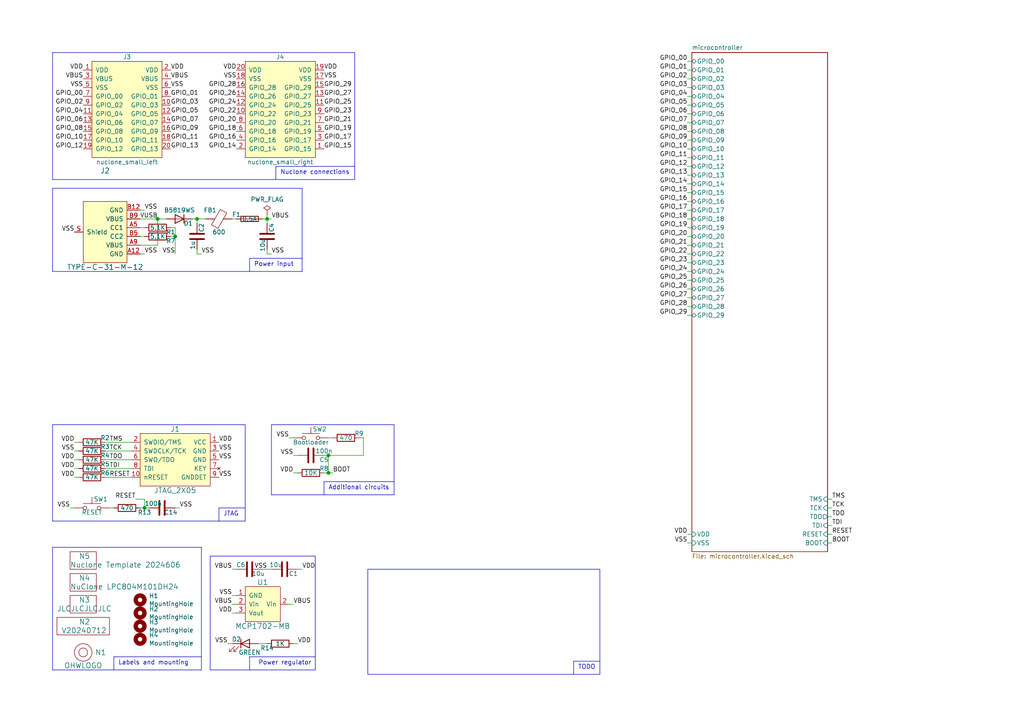
<source format=kicad_sch>
(kicad_sch (version 20230121) (generator eeschema)
  (paper "A4")
  (lib_symbols
    (symbol "Device:C" (pin_numbers hide) (pin_names (offset 0.254))
      (property "Reference" "C" (at 0.635 2.54 0))
      (property "Value" "C" (at 0.635 -2.54 0))
      (symbol "C_0_1"
        (polyline (pts (xy -2.032 -0.762) (xy 2.032 -0.762)) (stroke (width 0.508)))
        (polyline (pts (xy -2.032 0.762) (xy 2.032 0.762)) (stroke (width 0.508)))
      )
      (symbol "C_1_1"
        (pin passive line (at 0 3.81 270) (length 2.794) (name "~") (number "1"))
        (pin passive line (at 0 -3.81 90) (length 2.794) (name "~") (number "2"))
      )
    )
    (symbol "Device:D" (pin_numbers hide) (pin_names (offset 1.016) hide)
      (property "Reference" "D" (at 0 2.54 0))
      (property "Value" "D" (at 0 -2.54 0))
      (symbol "D_0_1"
        (polyline (pts (xy -1.27 1.27) (xy -1.27 -1.27)) (stroke (width 0.254)))
        (polyline (pts (xy 1.27 0) (xy -1.27 0)))
        (polyline (pts (xy 1.27 1.27) (xy 1.27 -1.27) (xy -1.27 0) (xy 1.27 1.27)) (stroke (width 0.254)))
      )
      (symbol "D_1_1"
        (pin passive line (at -3.81 0 0) (length 2.54) (name "K") (number "1"))
        (pin passive line (at 3.81 0 180) (length 2.54) (name "A") (number "2"))
      )
    )
    (symbol "Device:FerriteBead" (pin_numbers hide) (pin_names (offset 0))
      (property "Reference" "FB" (at -3.81 0.635 90))
      (property "Value" "FerriteBead" (at 3.81 0 90))
      (symbol "FerriteBead_0_1"
        (polyline (pts (xy 0 -1.27) (xy 0 -1.2192)))
        (polyline (pts (xy 0 1.27) (xy 0 1.2954)))
        (polyline (pts (xy -2.7686 0.4064) (xy -1.7018 2.2606) (xy 2.7686 -0.3048) (xy 1.6764 -2.159) (xy -2.7686 0.4064)))
      )
      (symbol "FerriteBead_1_1"
        (pin passive line (at 0 3.81 270) (length 2.54) (name "~") (number "1"))
        (pin passive line (at 0 -3.81 90) (length 2.54) (name "~") (number "2"))
      )
    )
    (symbol "Device:Fuse" (pin_numbers hide) (pin_names (offset 0))
      (property "Reference" "F" (at 2.032 0 90))
      (property "Value" "Fuse" (at -1.905 0 90))
      (symbol "Fuse_0_1"
        (rectangle (start -0.762 -2.54) (end 0.762 2.54) (stroke (width 0.254)))
        (polyline (pts (xy 0 2.54) (xy 0 -2.54)))
      )
      (symbol "Fuse_1_1"
        (pin passive line (at 0 3.81 270) (length 1.27) (name "~") (number "1"))
        (pin passive line (at 0 -3.81 90) (length 1.27) (name "~") (number "2"))
      )
    )
    (symbol "Device:LED" (pin_numbers hide) (pin_names (offset 1.016) hide)
      (property "Reference" "D" (at 0 2.54 0))
      (property "Value" "LED" (at 0 -2.54 0))
      (symbol "LED_0_1"
        (polyline (pts (xy -1.27 -1.27) (xy -1.27 1.27)) (stroke (width 0.254)))
        (polyline (pts (xy -1.27 0) (xy 1.27 0)))
        (polyline (pts (xy 1.27 -1.27) (xy 1.27 1.27) (xy -1.27 0) (xy 1.27 -1.27)) (stroke (width 0.254)))
        (polyline (pts (xy -3.048 -0.762) (xy -4.572 -2.286) (xy -3.81 -2.286) (xy -4.572 -2.286) (xy -4.572 -1.524)))
        (polyline (pts (xy -1.778 -0.762) (xy -3.302 -2.286) (xy -2.54 -2.286) (xy -3.302 -2.286) (xy -3.302 -1.524)))
      )
      (symbol "LED_1_1"
        (pin passive line (at -3.81 0 0) (length 2.54) (name "K") (number "1"))
        (pin passive line (at 3.81 0 180) (length 2.54) (name "A") (number "2"))
      )
    )
    (symbol "Device:R" (pin_numbers hide) (pin_names (offset 0))
      (property "Reference" "R" (at 2.032 0 90))
      (property "Value" "R" (at 0 0 90))
      (symbol "R_0_1"
        (rectangle (start -1.016 -2.54) (end 1.016 2.54) (stroke (width 0.254)))
      )
      (symbol "R_1_1"
        (pin passive line (at 0 3.81 270) (length 1.27) (name "~") (number "1"))
        (pin passive line (at 0 -3.81 90) (length 1.27) (name "~") (number "2"))
      )
    )
    (symbol "Mechanical:MountingHole" (pin_names (offset 1.016))
      (property "Reference" "H" (at 0 5.08 0))
      (property "Value" "MountingHole" (at 0 3.175 0))
      (symbol "MountingHole_0_1"
        (circle (center 0 0) (radius 1.27) (stroke (width 1.27)))
      )
    )
    (symbol "SquantorConnectorsNamed:JTAG_2X05_IN" (pin_names (offset 1.016))
      (property "Reference" "J" (at 0 8.89 0))
      (property "Value" "JTAG_2X05_IN" (at 0 -8.89 0))
      (symbol "JTAG_2X05_IN_0_1"
        (rectangle (start -10.16 7.62) (end 10.16 -7.62) (fill (type background)))
      )
      (symbol "JTAG_2X05_IN_1_1"
        (pin power_in line (at 12.7 5.08 180) (length 2.54) (name "VCC") (number "1"))
        (pin open_collector line (at -12.7 -5.08 0) (length 2.54) (name "nRESET") (number "10"))
        (pin bidirectional line (at -12.7 5.08 0) (length 2.54) (name "SWDIO/TMS") (number "2"))
        (pin power_in line (at 12.7 2.54 180) (length 2.54) (name "GND") (number "3"))
        (pin output line (at -12.7 2.54 0) (length 2.54) (name "SWDCLK/TCK") (number "4"))
        (pin power_in line (at 12.7 0 180) (length 2.54) (name "GND") (number "5"))
        (pin output line (at -12.7 0 0) (length 2.54) (name "SWO/TDO") (number "6"))
        (pin no_connect line (at 12.7 -2.54 180) (length 2.54) (name "KEY") (number "7"))
        (pin input line (at -12.7 -2.54 0) (length 2.54) (name "TDI") (number "8"))
        (pin power_in line (at 12.7 -5.08 180) (length 2.54) (name "GNDDET") (number "9"))
      )
    )
    (symbol "SquantorConnectorsNamed:nuclone_small_left" (pin_names (offset 1.016))
      (property "Reference" "J" (at 0 15.24 0))
      (property "Value" "nuclone_small_left" (at 0 -15.24 0))
      (symbol "nuclone_small_left_0_1"
        (rectangle (start -10.16 13.97) (end 10.16 -13.97) (fill (type background)))
      )
      (symbol "nuclone_small_left_1_1"
        (pin power_in line (at -12.7 11.43 0) (length 2.54) (name "VDD") (number "1"))
        (pin bidirectional line (at 12.7 1.27 180) (length 2.54) (name "GPIO_03") (number "10"))
        (pin bidirectional line (at -12.7 -1.27 0) (length 2.54) (name "GPIO_04") (number "11"))
        (pin bidirectional line (at 12.7 -1.27 180) (length 2.54) (name "GPIO_05") (number "12"))
        (pin bidirectional line (at -12.7 -3.81 0) (length 2.54) (name "GPIO_06") (number "13"))
        (pin bidirectional line (at 12.7 -3.81 180) (length 2.54) (name "GPIO_07") (number "14"))
        (pin bidirectional line (at -12.7 -6.35 0) (length 2.54) (name "GPIO_08") (number "15"))
        (pin bidirectional line (at 12.7 -6.35 180) (length 2.54) (name "GPIO_09") (number "16"))
        (pin bidirectional line (at -12.7 -8.89 0) (length 2.54) (name "GPIO_10") (number "17"))
        (pin bidirectional line (at 12.7 -8.89 180) (length 2.54) (name "GPIO_11") (number "18"))
        (pin bidirectional line (at -12.7 -11.43 0) (length 2.54) (name "GPIO_12") (number "19"))
        (pin power_in line (at 12.7 11.43 180) (length 2.54) (name "VDD") (number "2"))
        (pin bidirectional line (at 12.7 -11.43 180) (length 2.54) (name "GPIO_13") (number "20"))
        (pin power_in line (at -12.7 8.89 0) (length 2.54) (name "VBUS") (number "3"))
        (pin power_in line (at 12.7 8.89 180) (length 2.54) (name "VBUS") (number "4"))
        (pin power_in line (at -12.7 6.35 0) (length 2.54) (name "VSS") (number "5"))
        (pin power_in line (at 12.7 6.35 180) (length 2.54) (name "VSS") (number "6"))
        (pin bidirectional line (at -12.7 3.81 0) (length 2.54) (name "GPIO_00") (number "7"))
        (pin bidirectional line (at 12.7 3.81 180) (length 2.54) (name "GPIO_01") (number "8"))
        (pin bidirectional line (at -12.7 1.27 0) (length 2.54) (name "GPIO_02") (number "9"))
      )
    )
    (symbol "SquantorConnectorsNamed:nuclone_small_right" (pin_names (offset 1.016))
      (property "Reference" "J" (at 0 -15.24 0))
      (property "Value" "nuclone_small_right" (at 0 15.24 0))
      (symbol "nuclone_small_right_0_1"
        (rectangle (start 10.16 -13.97) (end -10.16 13.97) (fill (type background)))
      )
      (symbol "nuclone_small_right_1_1"
        (pin bidirectional line (at 12.7 -11.43 180) (length 2.54) (name "GPIO_15") (number "1"))
        (pin bidirectional line (at -12.7 -1.27 0) (length 2.54) (name "GPIO_22") (number "10"))
        (pin bidirectional line (at 12.7 1.27 180) (length 2.54) (name "GPIO_25") (number "11"))
        (pin bidirectional line (at -12.7 1.27 0) (length 2.54) (name "GPIO_24") (number "12"))
        (pin bidirectional line (at 12.7 3.81 180) (length 2.54) (name "GPIO_27") (number "13"))
        (pin bidirectional line (at -12.7 3.81 0) (length 2.54) (name "GPIO_26") (number "14"))
        (pin bidirectional line (at 12.7 6.35 180) (length 2.54) (name "GPIO_29") (number "15"))
        (pin bidirectional line (at -12.7 6.35 0) (length 2.54) (name "GPIO_28") (number "16"))
        (pin power_in line (at 12.7 8.89 180) (length 2.54) (name "VSS") (number "17"))
        (pin power_in line (at -12.7 8.89 0) (length 2.54) (name "VSS") (number "18"))
        (pin power_in line (at 12.7 11.43 180) (length 2.54) (name "VDD") (number "19"))
        (pin bidirectional line (at -12.7 -11.43 0) (length 2.54) (name "GPIO_14") (number "2"))
        (pin power_in line (at -12.7 11.43 0) (length 2.54) (name "VDD") (number "20"))
        (pin bidirectional line (at 12.7 -8.89 180) (length 2.54) (name "GPIO_17") (number "3"))
        (pin bidirectional line (at -12.7 -8.89 0) (length 2.54) (name "GPIO_16") (number "4"))
        (pin bidirectional line (at 12.7 -6.35 180) (length 2.54) (name "GPIO_19") (number "5"))
        (pin bidirectional line (at -12.7 -6.35 0) (length 2.54) (name "GPIO_18") (number "6"))
        (pin bidirectional line (at 12.7 -3.81 180) (length 2.54) (name "GPIO_21") (number "7"))
        (pin bidirectional line (at -12.7 -3.81 0) (length 2.54) (name "GPIO_20") (number "8"))
        (pin bidirectional line (at 12.7 -1.27 180) (length 2.54) (name "GPIO_23") (number "9"))
      )
    )
    (symbol "SquantorLabels:Label" (pin_names (offset 1.016))
      (property "Reference" "N" (at 0 1.27 0))
      (property "Value" "Label" (at 0 -1.27 0))
      (symbol "Label_0_1"
        (rectangle (start -3.81 2.54) (end 3.81 -2.54))
      )
    )
    (symbol "SquantorLabels:OHWLOGO" (pin_names (offset 1.016))
      (property "Reference" "N" (at 0 3.81 0))
      (property "Value" "OHWLOGO" (at 0 -3.81 0))
      (symbol "OHWLOGO_0_1"
        (circle (center 0 0) (radius 1.27))
        (circle (center 0 0) (radius 2.54))
      )
    )
    (symbol "SquantorLabels:VYYYYMMDD" (pin_names (offset 1.016))
      (property "Reference" "N" (at 0 2.54 0))
      (property "Value" "VYYYYMMDD" (at 0 0 0))
      (symbol "VYYYYMMDD_0_1"
        (rectangle (start 7.62 -1.27) (end -7.62 3.81))
      )
    )
    (symbol "SquantorMicrochip:MCP1702-MB" (pin_names (offset 1.016))
      (property "Reference" "U" (at 0 6.35 0))
      (property "Value" "MCP1702-MB" (at 0 -6.35 0))
      (symbol "MCP1702-MB_0_1"
        (rectangle (start -5.08 5.08) (end 5.08 -5.08) (fill (type background)))
      )
      (symbol "MCP1702-MB_1_1"
        (pin power_in line (at -7.62 2.54 0) (length 2.54) (name "GND") (number "1"))
        (pin power_in line (at -7.62 0 0) (length 2.54) (name "Vin") (number "2"))
        (pin power_in line (at 7.62 0 180) (length 2.54) (name "Vin") (number "2"))
        (pin power_out line (at -7.62 -2.54 0) (length 2.54) (name "Vout") (number "3"))
      )
    )
    (symbol "SquantorUsb:USB-C_PD" (pin_names (offset 1.016))
      (property "Reference" "J" (at 0 10.16 0))
      (property "Value" "USB-C_PD" (at 0 -10.16 0))
      (symbol "USB-C_PD_0_1"
        (rectangle (start 6.35 8.89) (end -6.35 -8.89) (fill (type background)))
      )
      (symbol "USB-C_PD_1_1"
        (pin passive line (at 10.16 -6.35 180) (length 3.81) (name "GND") (number "A12"))
        (pin bidirectional line (at 10.16 1.27 180) (length 3.81) (name "CC1") (number "A5"))
        (pin passive line (at 10.16 -3.81 180) (length 3.81) (name "VBUS") (number "A9"))
        (pin power_out line (at 10.16 6.35 180) (length 3.81) (name "GND") (number "B12"))
        (pin bidirectional line (at 10.16 -1.27 180) (length 3.81) (name "CC2") (number "B5"))
        (pin power_out line (at 10.16 3.81 180) (length 3.81) (name "VBUS") (number "B9"))
        (pin passive line (at -8.89 0 0) (length 2.54) (name "Shield") (number "S"))
      )
    )
    (symbol "Switch:SW_Push" (pin_numbers hide) (pin_names (offset 1.016) hide)
      (property "Reference" "SW" (at 1.27 2.54 0))
      (property "Value" "SW_Push" (at 0 -1.524 0))
      (symbol "SW_Push_0_1"
        (circle (center -2.032 0) (radius 0.508))
        (polyline (pts (xy 0 1.27) (xy 0 3.048)))
        (polyline (pts (xy 2.54 1.27) (xy -2.54 1.27)))
        (circle (center 2.032 0) (radius 0.508))
        (pin passive line (at -5.08 0 0) (length 2.54) (name "1") (number "1"))
        (pin passive line (at 5.08 0 180) (length 2.54) (name "2") (number "2"))
      )
    )
    (symbol "power:PWR_FLAG" (power) (pin_numbers hide) (pin_names (offset 0) hide)
      (property "Value" "PWR_FLAG" (at 0 3.81 0))
      (symbol "PWR_FLAG_0_0"
        (pin power_out line (at 0 0 90) (length 0) (name "pwr") (number "1"))
      )
      (symbol "PWR_FLAG_0_1"
        (polyline (pts (xy 0 0) (xy 0 1.27) (xy -1.016 1.905) (xy 0 2.54) (xy 1.016 1.905) (xy 0 1.27)))
      )
    )
  )
  (junction (at 95.25 137.16))
  (junction (at 41.91 147.32))
  (junction (at 50.8 68.58))
  (junction (at 95.25 132.08))
  (junction (at 57.15 63.5))
  (junction (at 77.47 63.5))
  (junction (at 45.72 63.5))
  (wire (pts (xy 57.15 63.5) (xy 59.69 63.5)))
  (wire (pts (xy 45.72 71.12) (xy 45.72 63.5)))
  (wire (pts (xy 200.66 20.32) (xy 199.39 20.32)))
  (wire (pts (xy 68.58 175.26) (xy 67.31 175.26)))
  (wire (pts (xy 67.31 63.5) (xy 68.58 63.5)))
  (wire (pts (xy 40.64 63.5) (xy 45.72 63.5)))
  (wire (pts (xy 199.39 33.02) (xy 200.66 33.02)))
  (polyline (pts (xy 15.24 151.13) (xy 71.12 151.13)))
  (wire (pts (xy 200.66 35.56) (xy 199.39 35.56)))
  (wire (pts (xy 240.03 157.48) (xy 241.3 157.48)))
  (wire (pts (xy 40.64 71.12) (xy 45.72 71.12)))
  (polyline (pts (xy 106.68 165.1) (xy 173.99 165.1)))
  (polyline (pts (xy 72.39 74.93) (xy 72.39 78.74)))
  (polyline (pts (xy 15.24 194.31) (xy 58.42 194.31)))
  (wire (pts (xy 200.66 30.48) (xy 199.39 30.48)))
  (polyline (pts (xy 72.39 190.5) (xy 72.39 194.31)))
  (wire (pts (xy 31.75 147.32) (xy 33.02 147.32)))
  (polyline (pts (xy 78.74 123.19) (xy 78.74 143.51)))
  (polyline (pts (xy 80.01 48.26) (xy 80.01 52.07)))
  (wire (pts (xy 30.48 138.43) (xy 38.1 138.43)))
  (polyline (pts (xy 15.24 78.74) (xy 87.63 78.74)))
  (polyline (pts (xy 15.24 158.75) (xy 15.24 194.31)))
  (wire (pts (xy 77.47 73.66) (xy 78.74 73.66)))
  (wire (pts (xy 199.39 38.1) (xy 200.66 38.1)))
  (wire (pts (xy 67.31 186.69) (xy 66.04 186.69)))
  (polyline (pts (xy 71.12 151.13) (xy 71.12 123.19)))
  (polyline (pts (xy 71.12 147.32) (xy 63.5 147.32)))
  (wire (pts (xy 30.48 128.27) (xy 38.1 128.27)))
  (polyline (pts (xy 102.87 48.26) (xy 80.01 48.26)))
  (wire (pts (xy 41.91 147.32) (xy 43.18 147.32)))
  (wire (pts (xy 50.8 66.04) (xy 50.8 68.58)))
  (polyline (pts (xy 15.24 52.07) (xy 102.87 52.07)))
  (polyline (pts (xy 60.96 194.31) (xy 91.44 194.31)))
  (polyline (pts (xy 106.68 195.58) (xy 106.68 165.1)))
  (polyline (pts (xy 71.12 123.19) (xy 15.24 123.19)))
  (polyline (pts (xy 173.99 165.1) (xy 173.99 195.58)))
  (wire (pts (xy 105.41 132.08) (xy 95.25 132.08)))
  (polyline (pts (xy 114.3 139.7) (xy 93.98 139.7)))
  (wire (pts (xy 95.25 137.16) (xy 95.25 132.08)))
  (wire (pts (xy 105.41 127) (xy 105.41 132.08)))
  (wire (pts (xy 199.39 83.82) (xy 200.66 83.82)))
  (wire (pts (xy 22.86 135.89) (xy 21.59 135.89)))
  (wire (pts (xy 78.74 63.5) (xy 77.47 63.5)))
  (wire (pts (xy 85.09 175.26) (xy 83.82 175.26)))
  (wire (pts (xy 77.47 63.5) (xy 76.2 63.5)))
  (wire (pts (xy 30.48 133.35) (xy 38.1 133.35)))
  (wire (pts (xy 67.31 165.1) (xy 68.58 165.1)))
  (polyline (pts (xy 102.87 52.07) (xy 102.87 15.24)))
  (polyline (pts (xy 93.98 139.7) (xy 93.98 143.51)))
  (wire (pts (xy 22.86 130.81) (xy 21.59 130.81)))
  (polyline (pts (xy 15.24 123.19) (xy 15.24 151.13)))
  (wire (pts (xy 85.09 137.16) (xy 86.36 137.16)))
  (wire (pts (xy 41.91 73.66) (xy 40.64 73.66)))
  (wire (pts (xy 199.39 73.66) (xy 200.66 73.66)))
  (polyline (pts (xy 114.3 123.19) (xy 78.74 123.19)))
  (wire (pts (xy 199.39 88.9) (xy 200.66 88.9)))
  (wire (pts (xy 240.03 144.78) (xy 241.3 144.78)))
  (wire (pts (xy 200.66 76.2) (xy 199.39 76.2)))
  (polyline (pts (xy 15.24 15.24) (xy 15.24 52.07)))
  (wire (pts (xy 104.14 127) (xy 105.41 127)))
  (wire (pts (xy 21.59 138.43) (xy 22.86 138.43)))
  (wire (pts (xy 30.48 130.81) (xy 38.1 130.81)))
  (polyline (pts (xy 87.63 54.61) (xy 87.63 78.74)))
  (polyline (pts (xy 60.96 161.29) (xy 60.96 194.31)))
  (wire (pts (xy 77.47 64.77) (xy 77.47 63.5)))
  (wire (pts (xy 41.91 144.78) (xy 41.91 147.32)))
  (wire (pts (xy 83.82 127) (xy 85.09 127)))
  (wire (pts (xy 93.98 137.16) (xy 95.25 137.16)))
  (wire (pts (xy 240.03 154.94) (xy 241.3 154.94)))
  (wire (pts (xy 200.66 40.64) (xy 199.39 40.64)))
  (wire (pts (xy 95.25 127) (xy 96.52 127)))
  (wire (pts (xy 95.25 132.08) (xy 93.98 132.08)))
  (polyline (pts (xy 15.24 54.61) (xy 15.24 78.74)))
  (polyline (pts (xy 58.42 190.5) (xy 33.02 190.5)))
  (wire (pts (xy 21.59 133.35) (xy 22.86 133.35)))
  (wire (pts (xy 200.66 55.88) (xy 199.39 55.88)))
  (wire (pts (xy 241.3 147.32) (xy 240.03 147.32)))
  (polyline (pts (xy 91.44 161.29) (xy 60.96 161.29)))
  (wire (pts (xy 240.03 149.86) (xy 241.3 149.86)))
  (polyline (pts (xy 63.5 147.32) (xy 63.5 151.13)))
  (wire (pts (xy 200.66 157.48) (xy 199.39 157.48)))
  (wire (pts (xy 52.07 147.32) (xy 50.8 147.32)))
  (polyline (pts (xy 87.63 74.93) (xy 72.39 74.93)))
  (wire (pts (xy 41.91 60.96) (xy 40.64 60.96)))
  (wire (pts (xy 50.8 68.58) (xy 49.53 68.58)))
  (polyline (pts (xy 87.63 54.61) (xy 15.24 54.61)))
  (wire (pts (xy 77.47 72.39) (xy 77.47 73.66)))
  (wire (pts (xy 40.64 68.58) (xy 41.91 68.58)))
  (wire (pts (xy 85.09 132.08) (xy 86.36 132.08)))
  (wire (pts (xy 21.59 128.27) (xy 22.86 128.27)))
  (wire (pts (xy 57.15 73.66) (xy 57.15 72.39)))
  (wire (pts (xy 55.88 63.5) (xy 57.15 63.5)))
  (wire (pts (xy 200.66 66.04) (xy 199.39 66.04)))
  (polyline (pts (xy 91.44 190.5) (xy 72.39 190.5)))
  (wire (pts (xy 199.39 78.74) (xy 200.66 78.74)))
  (wire (pts (xy 199.39 68.58) (xy 200.66 68.58)))
  (wire (pts (xy 45.72 63.5) (xy 48.26 63.5)))
  (wire (pts (xy 241.3 152.4) (xy 240.03 152.4)))
  (wire (pts (xy 199.39 48.26) (xy 200.66 48.26)))
  (polyline (pts (xy 102.87 15.24) (xy 15.24 15.24)))
  (wire (pts (xy 199.39 27.94) (xy 200.66 27.94)))
  (wire (pts (xy 20.32 147.32) (xy 21.59 147.32)))
  (polyline (pts (xy 58.42 194.31) (xy 58.42 158.75)))
  (wire (pts (xy 199.39 58.42) (xy 200.66 58.42)))
  (polyline (pts (xy 33.02 190.5) (xy 33.02 194.31)))
  (wire (pts (xy 199.39 22.86) (xy 200.66 22.86)))
  (wire (pts (xy 200.66 71.12) (xy 199.39 71.12)))
  (wire (pts (xy 67.31 172.72) (xy 68.58 172.72)))
  (wire (pts (xy 76.2 165.1) (xy 78.74 165.1)))
  (wire (pts (xy 39.37 144.78) (xy 41.91 144.78)))
  (wire (pts (xy 200.66 45.72) (xy 199.39 45.72)))
  (polyline (pts (xy 166.37 195.58) (xy 166.37 191.77)))
  (wire (pts (xy 86.36 165.1) (xy 87.63 165.1)))
  (wire (pts (xy 199.39 17.78) (xy 200.66 17.78)))
  (wire (pts (xy 200.66 50.8) (xy 199.39 50.8)))
  (wire (pts (xy 200.66 25.4) (xy 199.39 25.4)))
  (wire (pts (xy 50.8 68.58) (xy 50.8 73.66)))
  (wire (pts (xy 86.36 186.69) (xy 85.09 186.69)))
  (polyline (pts (xy 58.42 158.75) (xy 15.24 158.75)))
  (wire (pts (xy 199.39 154.94) (xy 200.66 154.94)))
  (wire (pts (xy 200.66 81.28) (xy 199.39 81.28)))
  (wire (pts (xy 77.47 63.5) (xy 77.47 62.23)))
  (wire (pts (xy 49.53 66.04) (xy 50.8 66.04)))
  (wire (pts (xy 67.31 177.8) (xy 68.58 177.8)))
  (wire (pts (xy 58.42 73.66) (xy 57.15 73.66)))
  (polyline (pts (xy 91.44 194.31) (xy 91.44 161.29)))
  (polyline (pts (xy 78.74 143.51) (xy 114.3 143.51)))
  (wire (pts (xy 95.25 137.16) (xy 96.52 137.16)))
  (wire (pts (xy 77.47 186.69) (xy 74.93 186.69)))
  (wire (pts (xy 57.15 64.77) (xy 57.15 63.5)))
  (wire (pts (xy 41.91 66.04) (xy 40.64 66.04)))
  (wire (pts (xy 199.39 43.18) (xy 200.66 43.18)))
  (wire (pts (xy 40.64 147.32) (xy 41.91 147.32)))
  (wire (pts (xy 200.66 91.44) (xy 199.39 91.44)))
  (wire (pts (xy 200.66 60.96) (xy 199.39 60.96)))
  (wire (pts (xy 199.39 53.34) (xy 200.66 53.34)))
  (wire (pts (xy 199.39 63.5) (xy 200.66 63.5)))
  (polyline (pts (xy 114.3 143.51) (xy 114.3 123.19)))
  (wire (pts (xy 30.48 135.89) (xy 38.1 135.89)))
  (polyline (pts (xy 173.99 195.58) (xy 106.68 195.58)))
  (polyline (pts (xy 166.37 191.77) (xy 173.99 191.77)))
  (wire (pts (xy 200.66 86.36) (xy 199.39 86.36)))
  (text "Power input" (at 73.66 77.47 0) (effects (font (size 1.27 1.27)) (justify left bottom)))
  (text "Nuclone connections" (at 81.28 50.8 0) (effects (font (size 1.27 1.27)) (justify left bottom)))
  (text "Additional circuits" (at 95.25 142.24 0) (effects (font (size 1.27 1.27)) (justify left bottom)))
  (text "TODO" (at 167.64 194.31 0) (effects (font (size 1.27 1.27)) (justify left bottom)))
  (text "Power regulator" (at 74.93 193.04 0) (effects (font (size 1.27 1.27)) (justify left bottom)))
  (text "Labels and mounting" (at 34.29 193.04 0) (effects (font (size 1.27 1.27)) (justify left bottom)))
  (text "JTAG" (at 64.77 149.86 0) (effects (font (size 1.27 1.27)) (justify left bottom)))
  (label "GPIO_28" (at 68.58 25.4 180))
  (label "GPIO_19" (at 199.39 66.04 180))
  (label "GPIO_15" (at 199.39 55.88 180))
  (label "GPIO_08" (at 199.39 38.1 180))
  (label "BOOT" (at 241.3 157.48 0))
  (label "GPIO_07" (at 199.39 35.56 180))
  (label "VBUS" (at 67.31 165.1 180))
  (label "VSS" (at 41.91 60.96 0))
  (label "RESET" (at 39.37 144.78 180))
  (label "GPIO_29" (at 93.98 25.4 0))
  (label "GPIO_18" (at 68.58 38.1 180))
  (label "TCK" (at 241.3 147.32 0))
  (label "GPIO_11" (at 49.53 40.64 0))
  (label "VSS" (at 66.04 186.69 180))
  (label "VDD" (at 67.31 177.8 180))
  (label "TMS" (at 31.75 128.27 0))
  (label "VDD" (at 93.98 20.32 0))
  (label "GPIO_02" (at 199.39 22.86 180))
  (label "GPIO_19" (at 93.98 38.1 0))
  (label "TMS" (at 241.3 144.78 0))
  (label "GPIO_03" (at 49.53 30.48 0))
  (label "GPIO_09" (at 199.39 40.64 180))
  (label "VSS" (at 83.82 127 180))
  (label "VDD" (at 68.58 20.32 180))
  (label "GPIO_07" (at 49.53 35.56 0))
  (label "GPIO_16" (at 199.39 58.42 180))
  (label "VSS" (at 199.39 157.48 180))
  (label "GPIO_12" (at 24.13 43.18 180))
  (label "VSS" (at 21.59 67.31 180))
  (label "GPIO_23" (at 93.98 33.02 0))
  (label "GPIO_16" (at 68.58 40.64 180))
  (label "GPIO_02" (at 24.13 30.48 180))
  (label "VBUS" (at 78.74 63.5 0))
  (label "GPIO_10" (at 24.13 40.64 180))
  (label "GPIO_26" (at 68.58 27.94 180))
  (label "VSS" (at 52.07 147.32 0))
  (label "GPIO_13" (at 49.53 43.18 0))
  (label "VDD" (at 21.59 133.35 180))
  (label "VSS" (at 78.74 73.66 0))
  (label "GPIO_27" (at 93.98 27.94 0))
  (label "VDD" (at 21.59 135.89 180))
  (label "GPIO_25" (at 93.98 30.48 0))
  (label "GPIO_21" (at 93.98 35.56 0))
  (label "GPIO_25" (at 199.39 81.28 180))
  (label "GPIO_11" (at 199.39 45.72 180))
  (label "GPIO_05" (at 199.39 30.48 180))
  (label "VSS" (at 50.8 73.66 180))
  (label "GPIO_21" (at 199.39 71.12 180))
  (label "GPIO_20" (at 199.39 68.58 180))
  (label "GPIO_17" (at 199.39 60.96 180))
  (label "VSS" (at 63.5 138.43 0))
  (label "VSS" (at 20.32 147.32 180))
  (label "GPIO_28" (at 199.39 88.9 180))
  (label "GPIO_12" (at 199.39 48.26 180))
  (label "VSS" (at 85.09 132.08 180))
  (label "VSS" (at 93.98 22.86 0))
  (label "GPIO_14" (at 199.39 53.34 180))
  (label "GPIO_01" (at 49.53 27.94 0))
  (label "VSS" (at 77.47 165.1 180))
  (label "TDI" (at 241.3 152.4 0))
  (label "VDD" (at 87.63 165.1 0))
  (label "VSS" (at 63.5 130.81 0))
  (label "VDD" (at 85.09 137.16 180))
  (label "VDD" (at 49.53 20.32 0))
  (label "VDD" (at 199.39 154.94 180))
  (label "GPIO_09" (at 49.53 38.1 0))
  (label "TCK" (at 31.75 130.81 0))
  (label "VBUS" (at 49.53 22.86 0))
  (label "GPIO_26" (at 199.39 83.82 180))
  (label "TDI" (at 31.75 135.89 0))
  (label "GPIO_15" (at 93.98 43.18 0))
  (label "VSS" (at 49.53 25.4 0))
  (label "GPIO_27" (at 199.39 86.36 180))
  (label "GPIO_14" (at 68.58 43.18 180))
  (label "GPIO_18" (at 199.39 63.5 180))
  (label "GPIO_22" (at 68.58 33.02 180))
  (label "GPIO_00" (at 24.13 27.94 180))
  (label "VDD" (at 21.59 138.43 180))
  (label "GPIO_22" (at 199.39 73.66 180))
  (label "GPIO_17" (at 93.98 40.64 0))
  (label "GPIO_24" (at 68.58 30.48 180))
  (label "VSS" (at 41.91 73.66 0))
  (label "GPIO_10" (at 199.39 43.18 180))
  (label "GPIO_24" (at 199.39 78.74 180))
  (label "GPIO_08" (at 24.13 38.1 180))
  (label "GPIO_03" (at 199.39 25.4 180))
  (label "VBUS" (at 85.09 175.26 0))
  (label "RESET" (at 241.3 154.94 0))
  (label "VDD" (at 24.13 20.32 180))
  (label "VSS" (at 68.58 22.86 180))
  (label "RESET" (at 31.75 138.43 0))
  (label "TDO" (at 241.3 149.86 0))
  (label "VSS" (at 21.59 130.81 180))
  (label "GPIO_04" (at 24.13 33.02 180))
  (label "VSS" (at 24.13 25.4 180))
  (label "VSS" (at 63.5 133.35 0))
  (label "GPIO_06" (at 199.39 33.02 180))
  (label "GPIO_20" (at 68.58 35.56 180))
  (label "TDO" (at 31.75 133.35 0))
  (label "VBUS" (at 67.31 175.26 180))
  (label "GPIO_06" (at 24.13 35.56 180))
  (label "VSS" (at 58.42 73.66 0))
  (label "GPIO_13" (at 199.39 50.8 180))
  (label "VSS" (at 67.31 172.72 180))
  (label "VDD" (at 21.59 128.27 180))
  (label "GPIO_00" (at 199.39 17.78 180))
  (label "VUSB" (at 45.72 63.5 180))
  (label "GPIO_23" (at 199.39 76.2 180))
  (label "GPIO_04" (at 199.39 27.94 180))
  (label "GPIO_29" (at 199.39 91.44 180))
  (label "BOOT" (at 96.52 137.16 0))
  (label "GPIO_05" (at 49.53 33.02 0))
  (label "VDD" (at 86.36 186.69 0))
  (label "VBUS" (at 24.13 22.86 180))
  (label "VDD" (at 63.5 128.27 0))
  (label "GPIO_01" (at 199.39 20.32 180))
  (symbol (lib_id "SquantorLabels:OHWLOGO") (at 24.13 189.23 0) (unit 1)
    (property "Reference" "N1" (at 29.21 189.23 0) (effects (font (size 1.524 1.524))))
    (property "Value" "OHWLOGO" (at 24.13 193.04 0) (effects (font (size 1.524 1.524))))
    (property "Footprint" "Symbol:OSHW-Symbol_6.7x6mm_SilkScreen" (effects hide))
  )
  (symbol (lib_id "SquantorConnectorsNamed:JTAG_2X05_IN") (at 50.8 133.35 0) (unit 1)
    (property "Reference" "J1" (at 50.8 124.46 0) (effects (font (size 1.524 1.524))))
    (property "Value" "JTAG_2X05" (at 50.8 142.24 0) (effects (font (size 1.524 1.524))))
    (property "Footprint" "SquantorConnectors:Header-0127-2X05-H006" (effects hide))
  )
  (symbol (lib_id "Mechanical:MountingHole") (at 40.64 185.42 0) (unit 1)
    (property "Reference" "H4" (at 43.18 184.2516 0) (effects (justify left)))
    (property "Value" "MountingHole" (at 43.18 186.563 0) (effects (justify left)))
    (property "Footprint" "SquantorPcbOutline:MountingHole_3.2mm_M3_Pad_Via" (effects hide))
  )
  (symbol (lib_id "Mechanical:MountingHole") (at 40.64 181.61 0) (unit 1)
    (property "Reference" "H3" (at 43.18 180.4416 0) (effects (justify left)))
    (property "Value" "MountingHole" (at 43.18 182.753 0) (effects (justify left)))
    (property "Footprint" "SquantorPcbOutline:MountingHole_3.2mm_M3_Pad_Via" (effects hide))
  )
  (symbol (lib_id "Mechanical:MountingHole") (at 40.64 177.8 0) (unit 1)
    (property "Reference" "H2" (at 43.18 176.6316 0) (effects (justify left)))
    (property "Value" "MountingHole" (at 43.18 178.943 0) (effects (justify left)))
    (property "Footprint" "SquantorPcbOutline:MountingHole_3.2mm_M3_Pad_Via" (effects hide))
  )
  (symbol (lib_id "Mechanical:MountingHole") (at 40.64 173.99 0) (unit 1)
    (property "Reference" "H1" (at 43.18 172.8216 0) (effects (justify left)))
    (property "Value" "MountingHole" (at 43.18 175.133 0) (effects (justify left)))
    (property "Footprint" "SquantorPcbOutline:MountingHole_3.2mm_M3_Pad_Via" (effects hide))
  )
  (symbol (lib_id "SquantorLabels:VYYYYMMDD") (at 24.13 182.88 0) (unit 1)
    (property "Reference" "N2" (at 22.86 180.34 0) (effects (font (size 1.524 1.524)) (justify left)))
    (property "Value" "V20240712" (at 17.78 182.88 0) (effects (font (size 1.524 1.524)) (justify left)))
    (property "Footprint" "SquantorLabels:Label_Generic" (effects hide))
  )
  (symbol (lib_id "SquantorMicrochip:MCP1702-MB") (at 76.2 175.26 0) (unit 1)
    (property "Reference" "U1" (at 76.2 168.91 0) (effects (font (size 1.524 1.524))))
    (property "Value" "MCP1702-MB" (at 76.2 181.61 0) (effects (font (size 1.524 1.524))))
    (property "Footprint" "SquantorIC:SOT89-NXP" (effects hide))
  )
  (symbol (lib_id "Device:C") (at 82.55 165.1 270) (unit 1)
    (property "Reference" "C1" (at 85.09 166.37 90))
    (property "Value" "10u" (at 80.01 163.83 90))
    (property "Footprint" "SquantorCapacitor:C_0603" (effects hide))
  )
  (symbol (lib_id "SquantorConnectorsNamed:nuclone_small_left") (at 36.83 31.75 0) (unit 1)
    (property "Reference" "J3" (at 36.83 16.51 0))
    (property "Value" "nuclone_small_left" (at 36.83 46.99 0))
    (property "Footprint" "SquantorConnectorsNamed:nuclone_small_left_stacked" (effects hide))
  )
  (symbol (lib_id "SquantorConnectorsNamed:nuclone_small_right") (at 81.28 31.75 0) (unit 1)
    (property "Reference" "J4" (at 81.28 16.51 0))
    (property "Value" "nuclone_small_right" (at 81.28 46.99 0))
    (property "Footprint" "SquantorConnectorsNamed:nuclone_small_right_stacked" (effects hide))
  )
  (symbol (lib_id "SquantorLabels:Label") (at 24.13 175.26 0) (unit 1)
    (property "Reference" "N3" (at 22.86 173.99 0) (effects (font (size 1.524 1.524)) (justify left)))
    (property "Value" "JLCJLCJLCJLC" (at 16.51 176.53 0) (effects (font (size 1.524 1.524)) (justify left)))
    (property "Footprint" "SquantorLabels:Label_Generic" (effects hide))
  )
  (symbol (lib_id "Switch:SW_Push") (at 26.67 147.32 0) (unit 1)
    (property "Reference" "SW1" (at 29.21 144.78 0))
    (property "Value" "RESET" (at 26.67 148.59 0))
    (property "Footprint" "SquantorSwitches:TD-85XU" (effects hide))
  )
  (symbol (lib_id "Device:R") (at 26.67 128.27 270) (unit 1)
    (property "Reference" "R2" (at 30.48 127 90))
    (property "Value" "47K" (at 26.67 128.27 90))
    (property "Footprint" "SquantorResistor:R_0603_hand" (effects hide))
  )
  (symbol (lib_id "Device:R") (at 26.67 130.81 270) (unit 1)
    (property "Reference" "R3" (at 30.48 129.54 90))
    (property "Value" "47K" (at 26.67 130.81 90))
    (property "Footprint" "SquantorResistor:R_0603_hand" (effects hide))
  )
  (symbol (lib_id "Device:R") (at 26.67 133.35 270) (unit 1)
    (property "Reference" "R4" (at 30.48 132.08 90))
    (property "Value" "47K" (at 26.67 133.35 90))
    (property "Footprint" "SquantorResistor:R_0603_hand" (effects hide))
  )
  (symbol (lib_id "Device:R") (at 26.67 135.89 270) (unit 1)
    (property "Reference" "R5" (at 30.48 134.62 90))
    (property "Value" "47K" (at 26.67 135.89 90))
    (property "Footprint" "SquantorResistor:R_0603_hand" (effects hide))
  )
  (symbol (lib_id "Device:R") (at 26.67 138.43 270) (unit 1)
    (property "Reference" "R6" (at 30.48 137.16 90))
    (property "Value" "47K" (at 26.67 138.43 90))
    (property "Footprint" "SquantorResistor:R_0603_hand" (effects hide))
  )
  (symbol (lib_id "SquantorLabels:Label") (at 24.13 168.91 0) (unit 1)
    (property "Reference" "N4" (at 22.86 167.64 0) (effects (font (size 1.524 1.524)) (justify left)))
    (property "Value" "NuClone LPC804M101DH24" (at 20.32 170.18 0) (effects (font (size 1.524 1.524)) (justify left)))
    (property "Footprint" "SquantorLabels:Label_Generic" (effects hide))
  )
  (symbol (lib_id "Device:R") (at 36.83 147.32 270) (unit 1)
    (property "Reference" "R13" (at 41.91 148.59 90))
    (property "Value" "470" (at 36.83 147.32 90))
    (property "Footprint" "SquantorResistor:R_0603_hand" (effects hide))
  )
  (symbol (lib_id "Device:C") (at 46.99 147.32 270) (unit 1)
    (property "Reference" "C14" (at 49.53 148.59 90))
    (property "Value" "100n" (at 44.45 146.05 90))
    (property "Footprint" "SquantorCapacitor:C_0603" (effects hide))
  )
  (symbol (lib_id "Device:R") (at 81.28 186.69 90) (unit 1)
    (property "Reference" "R14" (at 77.47 187.96 90))
    (property "Value" "1K" (at 81.28 186.69 90))
    (property "Footprint" "SquantorResistor:R_0603_hand" (effects hide))
  )
  (symbol (lib_id "Device:LED") (at 71.12 186.69 0) (unit 1)
    (property "Reference" "D2" (at 68.58 185.42 0))
    (property "Value" "GREEN" (at 72.39 189.23 0))
    (property "Footprint" "SquantorDiodes:LED_0603_hand" (effects hide))
  )
  (symbol (lib_id "SquantorLabels:Label") (at 24.13 162.56 0) (unit 1)
    (property "Reference" "N5" (at 22.86 161.29 0) (effects (font (size 1.524 1.524)) (justify left)))
    (property "Value" "Nuclone Template 2024606" (at 20.32 163.83 0) (effects (font (size 1.524 1.524)) (justify left)))
    (property "Footprint" "SquantorLabels:Label_Generic" (effects hide))
  )
  (symbol (lib_id "Device:R") (at 90.17 137.16 270) (unit 1)
    (property "Reference" "R8" (at 93.98 135.89 90))
    (property "Value" "10K" (at 90.17 137.16 90))
    (property "Footprint" "SquantorResistor:R_0603_hand" (effects hide))
  )
  (symbol (lib_id "Device:C") (at 90.17 132.08 270) (unit 1)
    (property "Reference" "C5" (at 93.98 133.35 90))
    (property "Value" "100n" (at 93.98 130.81 90))
    (property "Footprint" "SquantorCapacitor:C_0603" (effects hide))
  )
  (symbol (lib_id "Device:C") (at 77.47 68.58 180) (unit 1)
    (property "Reference" "C4" (at 78.74 66.04 90))
    (property "Value" "10u" (at 76.2 71.12 90))
    (property "Footprint" "SquantorCapacitor:C_0603" (effects hide))
  )
  (symbol (lib_id "Device:FerriteBead") (at 63.5 63.5 270) (unit 1)
    (property "Reference" "FB1" (at 60.96 60.96 90))
    (property "Value" "600" (at 63.5 67.31 90))
    (property "Footprint" "SquantorInductor:L_0603" (effects hide))
  )
  (symbol (lib_id "Device:R") (at 100.33 127 270) (unit 1)
    (property "Reference" "R9" (at 104.14 125.73 90))
    (property "Value" "470" (at 100.33 127 90))
    (property "Footprint" "SquantorResistor:R_0603_hand" (effects hide))
  )
  (symbol (lib_id "Device:D") (at 52.07 63.5 180) (unit 1)
    (property "Reference" "D1" (at 54.61 64.77 0))
    (property "Value" "B5819WS" (at 52.07 60.96 0))
    (property "Footprint" "SquantorDiodes:SOD-323-nexperia-hand" (effects hide))
    (property "Sim.Device" "D" (effects hide))
    (property "Sim.Pins" "1=K 2=A" (effects hide))
  )
  (symbol (lib_id "Device:C") (at 57.15 68.58 180) (unit 1)
    (property "Reference" "C2" (at 58.42 66.04 90))
    (property "Value" "1u" (at 55.88 71.12 90))
    (property "Footprint" "SquantorCapacitor:C_0603" (effects hide))
  )
  (symbol (lib_id "SquantorUsb:USB-C_PD") (at 30.48 67.31 0) (unit 1)
    (property "Reference" "J2" (at 30.48 49.53 0) (effects (font (size 1.524 1.524))))
    (property "Value" "TYPE-C-31-M-12" (at 30.48 77.47 0) (effects (font (size 1.524 1.524))))
    (property "Footprint" "SquantorUsb:USB-C-HRO-31-M-17_aisler" (effects hide))
  )
  (symbol (lib_id "Device:Fuse") (at 72.39 63.5 270) (unit 1)
    (property "Reference" "F1" (at 68.58 62.23 90))
    (property "Value" "0.5A" (at 72.39 63.5 90))
    (property "Footprint" "SquantorFuse:F_0603_hand" (effects hide))
  )
  (symbol (lib_id "Device:C") (at 72.39 165.1 90) (unit 1)
    (property "Reference" "C6" (at 69.85 163.83 90))
    (property "Value" "10u" (at 74.93 166.37 90))
    (property "Footprint" "SquantorCapacitor:C_0603" (effects hide))
  )
  (symbol (lib_id "power:PWR_FLAG") (at 77.47 62.23 0) (unit 1)
    (property "Reference" "#FLG01" (effects hide))
    (property "Value" "PWR_FLAG" (at 77.47 57.8358 0))
  )
  (symbol (lib_id "Switch:SW_Push") (at 90.17 127 0) (unit 1)
    (property "Reference" "SW2" (at 92.71 124.46 0))
    (property "Value" "Bootloader" (at 90.17 128.27 0))
    (property "Footprint" "SquantorSwitches:TD-85XU" (effects hide))
  )
  (symbol (lib_id "Device:R") (at 45.72 66.04 270) (unit 1)
    (property "Reference" "R1" (at 49.53 67.31 90))
    (property "Value" "5.1K" (at 45.72 66.04 90))
    (property "Footprint" "SquantorResistor:R_0603_hand" (effects hide))
  )
  (symbol (lib_id "Device:R") (at 45.72 68.58 270) (unit 1)
    (property "Reference" "R7" (at 49.53 69.85 90))
    (property "Value" "5.1K" (at 45.72 68.58 90))
    (property "Footprint" "SquantorResistor:R_0603_hand" (effects hide))
  )
  (sheet (at 200.66 15.24) (size 39.37 144.78)
    (property "Sheetname" "microcontroller" (at 200.66 14.5284 0) (effects (justify left bottom)))
    (property "Sheetfile" "microcontroller.kicad_sch" (at 200.66 160.6046 0) (effects (justify left top)))
    (pin "VSS" input (at 200.66 157.48 180))
    (pin "VDD" input (at 200.66 154.94 180))
    (pin "TMS" input (at 240.03 144.78 0))
    (pin "TCK" input (at 240.03 147.32 0))
    (pin "TDI" input (at 240.03 152.4 0))
    (pin "TDO" output (at 240.03 149.86 0))
    (pin "RESET" input (at 240.03 154.94 0))
    (pin "GPIO_00" bidirectional (at 200.66 17.78 180))
    (pin "GPIO_01" bidirectional (at 200.66 20.32 180))
    (pin "GPIO_02" bidirectional (at 200.66 22.86 180))
    (pin "GPIO_03" bidirectional (at 200.66 25.4 180))
    (pin "GPIO_04" bidirectional (at 200.66 27.94 180))
    (pin "GPIO_05" bidirectional (at 200.66 30.48 180))
    (pin "GPIO_06" bidirectional (at 200.66 33.02 180))
    (pin "GPIO_07" bidirectional (at 200.66 35.56 180))
    (pin "GPIO_08" bidirectional (at 200.66 38.1 180))
    (pin "GPIO_09" bidirectional (at 200.66 40.64 180))
    (pin "GPIO_10" bidirectional (at 200.66 43.18 180))
    (pin "GPIO_11" bidirectional (at 200.66 45.72 180))
    (pin "GPIO_12" bidirectional (at 200.66 48.26 180))
    (pin "GPIO_13" bidirectional (at 200.66 50.8 180))
    (pin "GPIO_14" bidirectional (at 200.66 53.34 180))
    (pin "GPIO_15" bidirectional (at 200.66 55.88 180))
    (pin "GPIO_16" bidirectional (at 200.66 58.42 180))
    (pin "GPIO_17" bidirectional (at 200.66 60.96 180))
    (pin "GPIO_18" bidirectional (at 200.66 63.5 180))
    (pin "GPIO_19" bidirectional (at 200.66 66.04 180))
    (pin "GPIO_20" bidirectional (at 200.66 68.58 180))
    (pin "GPIO_21" bidirectional (at 200.66 71.12 180))
    (pin "GPIO_22" bidirectional (at 200.66 73.66 180))
    (pin "GPIO_23" bidirectional (at 200.66 76.2 180))
    (pin "GPIO_24" bidirectional (at 200.66 78.74 180))
    (pin "GPIO_25" bidirectional (at 200.66 81.28 180))
    (pin "GPIO_26" bidirectional (at 200.66 83.82 180))
    (pin "GPIO_27" bidirectional (at 200.66 86.36 180))
    (pin "GPIO_28" bidirectional (at 200.66 88.9 180))
    (pin "GPIO_29" bidirectional (at 200.66 91.44 180))
    (pin "BOOT" input (at 240.03 157.48 0))
  )
)
</source>
